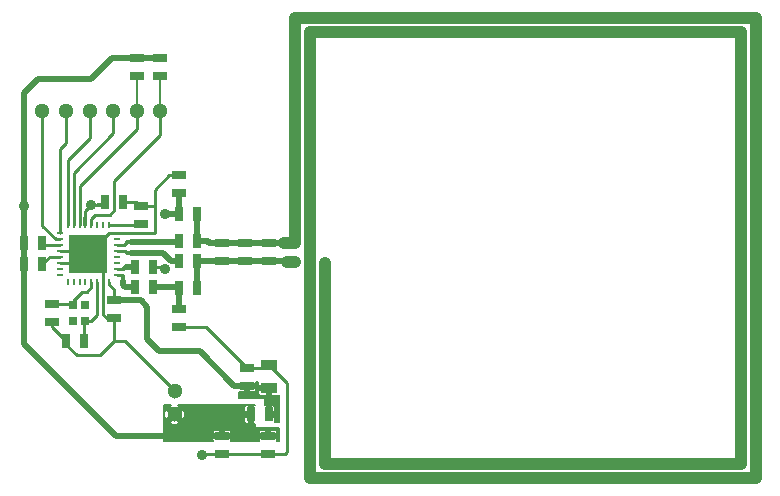
<source format=gtl>
%TF.GenerationSoftware,KiCad,Pcbnew,5.99.0-unknown-r19092-42a2f134*%
%TF.CreationDate,2020-07-22T08:57:51-04:00*%
%TF.ProjectId,rfid,72666964-2e6b-4696-9361-645f70636258,rev?*%
%TF.SameCoordinates,Original*%
%TF.FileFunction,Copper,L1,Top*%
%TF.FilePolarity,Positive*%
%FSLAX45Y45*%
G04 Gerber Fmt 4.5, Leading zero omitted, Abs format (unit mm)*
G04 Created by KiCad (PCBNEW 5.99.0-unknown-r19092-42a2f134) date 2020-07-22 08:57:51*
%MOMM*%
%LPD*%
G01*
G04 APERTURE LIST*
%TA.AperFunction,SMDPad,CuDef*%
%ADD10R,1.143000X0.635000*%
%TD*%
%TA.AperFunction,SMDPad,CuDef*%
%ADD11R,0.635000X1.143000*%
%TD*%
%TA.AperFunction,SMDPad,CuDef*%
%ADD12R,1.397000X0.889000*%
%TD*%
%TA.AperFunction,ComponentPad*%
%ADD13C,1.300000*%
%TD*%
%TA.AperFunction,SMDPad,CuDef*%
%ADD14R,0.599440X0.248920*%
%TD*%
%TA.AperFunction,SMDPad,CuDef*%
%ADD15R,0.248920X0.599440*%
%TD*%
%TA.AperFunction,SMDPad,CuDef*%
%ADD16R,3.299460X3.299460*%
%TD*%
%TA.AperFunction,SMDPad,CuDef*%
%ADD17R,0.700000X0.750000*%
%TD*%
%TA.AperFunction,ViaPad*%
%ADD18C,0.900000*%
%TD*%
%TA.AperFunction,Conductor*%
%ADD19C,0.250000*%
%TD*%
%TA.AperFunction,Conductor*%
%ADD20C,0.500000*%
%TD*%
%TA.AperFunction,Conductor*%
%ADD21C,0.300000*%
%TD*%
%TA.AperFunction,Conductor*%
%ADD22C,1.000000*%
%TD*%
%TA.AperFunction,Conductor*%
%ADD23C,0.200000*%
%TD*%
%TA.AperFunction,Conductor*%
%ADD24C,0.350000*%
%TD*%
%TA.AperFunction,Conductor*%
%ADD25C,0.150000*%
%TD*%
G04 APERTURE END LIST*
D10*
%TO.P,C1,1*%
%TO.N,Net-(C1-Pad1)*%
X16090000Y-8973800D03*
%TO.P,C1,2*%
%TO.N,GND*%
X16090000Y-9126200D03*
%TD*%
D11*
%TO.P,C2,1*%
%TO.N,Net-(C2-Pad1)*%
X16366200Y-9290000D03*
%TO.P,C2,2*%
%TO.N,GND*%
X16213800Y-9290000D03*
%TD*%
D10*
%TO.P,C3,1*%
%TO.N,3V3*%
X17920000Y-10093800D03*
%TO.P,C3,2*%
%TO.N,GND*%
X17920000Y-10246200D03*
%TD*%
%TO.P,C4,1*%
%TO.N,3V3_RF*%
X17740000Y-9666200D03*
%TO.P,C4,2*%
%TO.N,GND*%
X17740000Y-9513800D03*
%TD*%
D11*
%TO.P,C5,1*%
%TO.N,3V3*%
X16543800Y-8106796D03*
%TO.P,C5,2*%
%TO.N,GND*%
X16696200Y-8106796D03*
%TD*%
D10*
%TO.P,C6,1*%
%TO.N,3V3_RF*%
X16620000Y-8943800D03*
%TO.P,C6,2*%
%TO.N,GND*%
X16620000Y-9096200D03*
%TD*%
%TO.P,C7,1*%
%TO.N,Net-(C7-Pad1)*%
X16843803Y-8296200D03*
%TO.P,C7,2*%
%TO.N,GND*%
X16843803Y-8143800D03*
%TD*%
%TO.P,C8,1*%
%TO.N,3V3*%
X17530000Y-10093800D03*
%TO.P,C8,2*%
%TO.N,GND*%
X17530000Y-10246200D03*
%TD*%
D12*
%TO.P,C9,1*%
%TO.N,3V3_RF*%
X17930000Y-9685250D03*
%TO.P,C9,2*%
%TO.N,GND*%
X17930000Y-9494750D03*
%TD*%
D10*
%TO.P,C10,1*%
%TO.N,GND*%
X17170000Y-9166200D03*
%TO.P,C10,2*%
%TO.N,Net-(C10-Pad2)*%
X17170000Y-9013800D03*
%TD*%
%TO.P,C11,1*%
%TO.N,GND*%
X17170000Y-7883800D03*
%TO.P,C11,2*%
%TO.N,Net-(C11-Pad2)*%
X17170000Y-8036200D03*
%TD*%
D11*
%TO.P,C12,1*%
%TO.N,Net-(C12-Pad1)*%
X17316200Y-8840000D03*
%TO.P,C12,2*%
%TO.N,Net-(C10-Pad2)*%
X17163800Y-8840000D03*
%TD*%
%TO.P,C13,1*%
%TO.N,Net-(C12-Pad1)*%
X17316200Y-8210000D03*
%TO.P,C13,2*%
%TO.N,Net-(C11-Pad2)*%
X17163800Y-8210000D03*
%TD*%
D10*
%TO.P,C14,1*%
%TO.N,Net-(C12-Pad1)*%
X17530000Y-8606200D03*
%TO.P,C14,2*%
X17530000Y-8453800D03*
%TD*%
%TO.P,C15,1*%
%TO.N,Net-(C12-Pad1)*%
X17730000Y-8606200D03*
%TO.P,C15,2*%
X17730000Y-8453800D03*
%TD*%
D11*
%TO.P,L1,1*%
%TO.N,3V3*%
X17773800Y-9910000D03*
%TO.P,L1,2*%
%TO.N,3V3_RF*%
X17926200Y-9910000D03*
%TD*%
D13*
%TO.P,P1,1*%
%TO.N,GND*%
X17130000Y-9710000D03*
%TO.P,P1,2*%
%TO.N,3V3*%
X17130000Y-9910000D03*
%TD*%
%TO.P,P2,3*%
%TO.N,Net-(P2-Pad3)*%
X16410000Y-7340000D03*
%TO.P,P2,2*%
%TO.N,Net-(P2-Pad2)*%
X16210000Y-7340000D03*
%TO.P,P2,1*%
%TO.N,Net-(P2-Pad1)*%
X16010000Y-7340000D03*
%TO.P,P2,4*%
%TO.N,Net-(P2-Pad4)*%
X16610000Y-7340000D03*
%TO.P,P2,5*%
%TO.N,Net-(P2-Pad5)*%
X16810000Y-7340000D03*
%TO.P,P2,6*%
%TO.N,Net-(P2-Pad6)*%
X17010000Y-7340000D03*
%TD*%
D10*
%TO.P,R1,1*%
%TO.N,3V3*%
X16810000Y-6893800D03*
%TO.P,R1,2*%
%TO.N,Net-(P2-Pad5)*%
X16810000Y-7046200D03*
%TD*%
D11*
%TO.P,R2,1*%
%TO.N,Net-(R2-Pad1)*%
X16006200Y-8460000D03*
%TO.P,R2,2*%
%TO.N,3V3*%
X15853800Y-8460000D03*
%TD*%
%TO.P,R3,1*%
%TO.N,Net-(R3-Pad1)*%
X16006200Y-8640000D03*
%TO.P,R3,2*%
%TO.N,3V3*%
X15853800Y-8640000D03*
%TD*%
D10*
%TO.P,R4,1*%
%TO.N,3V3*%
X17010000Y-6893800D03*
%TO.P,R4,2*%
%TO.N,Net-(P2-Pad6)*%
X17010000Y-7046200D03*
%TD*%
D11*
%TO.P,R5,1*%
%TO.N,Net-(C11-Pad2)*%
X16946200Y-8660000D03*
%TO.P,R5,2*%
%TO.N,Net-(R5-Pad2)*%
X16793800Y-8660000D03*
%TD*%
%TO.P,R6,1*%
%TO.N,Net-(C12-Pad1)*%
X17316200Y-8440000D03*
%TO.P,R6,2*%
%TO.N,Net-(R6-Pad2)*%
X17163800Y-8440000D03*
%TD*%
%TO.P,R7,1*%
%TO.N,Net-(C12-Pad1)*%
X17316200Y-8610000D03*
%TO.P,R7,2*%
%TO.N,Net-(R7-Pad2)*%
X17163800Y-8610000D03*
%TD*%
%TO.P,R8,1*%
%TO.N,Net-(C10-Pad2)*%
X16946200Y-8830000D03*
%TO.P,R8,2*%
%TO.N,Net-(R8-Pad2)*%
X16793800Y-8830000D03*
%TD*%
D10*
%TO.P,R9,1*%
%TO.N,Net-(C12-Pad1)*%
X17930000Y-8606200D03*
%TO.P,R9,2*%
X17930000Y-8453800D03*
%TD*%
D14*
%TO.P,U1,1*%
%TO.N,Net-(R8-Pad2)*%
X16639776Y-8724752D03*
%TO.P,U1,2*%
%TO.N,Net-(R5-Pad2)*%
X16639776Y-8674714D03*
%TO.P,U1,3*%
%TO.N,Net-(U1-Pad3)*%
X16639776Y-8624676D03*
%TO.P,U1,4*%
%TO.N,Net-(U1-Pad4)*%
X16639776Y-8574638D03*
%TO.P,U1,5*%
%TO.N,Net-(R7-Pad2)*%
X16639776Y-8524854D03*
%TO.P,U1,6*%
%TO.N,Net-(R6-Pad2)*%
X16639776Y-8474816D03*
%TO.P,U1,7*%
%TO.N,Net-(U1-Pad7)*%
X16639776Y-8424778D03*
%TO.P,U1,8*%
%TO.N,GND*%
X16639776Y-8374740D03*
D15*
%TO.P,U1,13*%
%TO.N,3V3*%
X16375108Y-8309716D03*
%TO.P,U1,14*%
%TO.N,Net-(P2-Pad5)*%
X16325324Y-8309716D03*
%TO.P,U1,15*%
%TO.N,Net-(P2-Pad4)*%
X16275286Y-8309716D03*
%TO.P,U1,16*%
%TO.N,Net-(P2-Pad3)*%
X16225248Y-8309716D03*
D16*
%TO.P,U1,33*%
%TO.N,GND*%
X16400000Y-8550000D03*
D15*
%TO.P,U1,9*%
%TO.N,Net-(C7-Pad1)*%
X16575006Y-8309716D03*
%TO.P,U1,10*%
%TO.N,Net-(U1-Pad10)*%
X16524968Y-8309716D03*
%TO.P,U1,11*%
%TO.N,Net-(U1-Pad11)*%
X16474930Y-8309716D03*
%TO.P,U1,12*%
%TO.N,Net-(P2-Pad6)*%
X16425146Y-8309716D03*
D14*
%TO.P,U1,17*%
%TO.N,Net-(P2-Pad2)*%
X16160224Y-8375248D03*
%TO.P,U1,18*%
%TO.N,Net-(P2-Pad1)*%
X16159970Y-8425286D03*
%TO.P,U1,19*%
%TO.N,Net-(R2-Pad1)*%
X16159970Y-8475070D03*
%TO.P,U1,20*%
%TO.N,GND*%
X16159970Y-8525108D03*
%TO.P,U1,21*%
%TO.N,Net-(R3-Pad1)*%
X16159970Y-8575146D03*
%TO.P,U1,22*%
%TO.N,GND*%
X16159970Y-8625184D03*
%TO.P,U1,23*%
%TO.N,Net-(U1-Pad23)*%
X16159970Y-8675222D03*
%TO.P,U1,24*%
%TO.N,Net-(U1-Pad24)*%
X16159970Y-8725260D03*
D15*
%TO.P,U1,25*%
%TO.N,Net-(U1-Pad25)*%
X16224994Y-8790030D03*
%TO.P,U1,26*%
%TO.N,Net-(U1-Pad26)*%
X16275032Y-8790030D03*
%TO.P,U1,27*%
%TO.N,Net-(U1-Pad27)*%
X16325070Y-8790030D03*
%TO.P,U1,28*%
%TO.N,Net-(U1-Pad28)*%
X16374854Y-8790030D03*
%TO.P,U1,29*%
%TO.N,Net-(C1-Pad1)*%
X16424892Y-8790030D03*
%TO.P,U1,30*%
%TO.N,Net-(C2-Pad1)*%
X16474930Y-8790030D03*
%TO.P,U1,31*%
%TO.N,GND*%
X16524968Y-8790030D03*
%TO.P,U1,32*%
%TO.N,3V3_RF*%
X16575006Y-8790030D03*
%TD*%
D17*
%TO.P,G1,1*%
%TO.N,Net-(C1-Pad1)*%
X16270000Y-8982500D03*
%TO.P,G1,2*%
%TO.N,Net-(G1-Pad2)*%
X16270000Y-9117500D03*
%TO.P,G1,3*%
%TO.N,Net-(C2-Pad1)*%
X16370000Y-9117500D03*
%TO.P,G1,4*%
%TO.N,Net-(G1-Pad4)*%
X16370000Y-8982500D03*
%TD*%
D18*
%TO.N,GND*%
X17360000Y-10250000D03*
%TO.N,Net-(C12-Pad1)*%
X18400000Y-8630000D03*
X18150000Y-8620000D03*
%TO.N,Net-(C11-Pad2)*%
X17050000Y-8680000D03*
X17050000Y-8210000D03*
%TO.N,3V3*%
X16420000Y-8140000D03*
X15853800Y-8146200D03*
%TD*%
D19*
%TO.N,GND*%
X17130000Y-9710000D02*
X16710000Y-9290000D01*
X16710000Y-9290000D02*
X16620000Y-9290000D01*
X18080000Y-9644750D02*
X18080000Y-10230000D01*
X17930000Y-9494750D02*
X18080000Y-9644750D01*
X18080000Y-10230000D02*
X18063800Y-10246200D01*
X18063800Y-10246200D02*
X17920000Y-10246200D01*
X17530000Y-10246200D02*
X17363800Y-10246200D01*
X17363800Y-10246200D02*
X17360000Y-10250000D01*
X17920000Y-10246200D02*
X17530000Y-10246200D01*
X17740000Y-9513800D02*
X17910950Y-9513800D01*
X17910950Y-9513800D02*
X17930000Y-9494750D01*
X17170000Y-9166200D02*
X17392400Y-9166200D01*
X17392400Y-9166200D02*
X17740000Y-9513800D01*
X16384600Y-9410000D02*
X16500000Y-9410000D01*
X16213800Y-9323800D02*
X16300000Y-9410000D01*
X16300000Y-9410000D02*
X16384600Y-9410000D01*
X16213800Y-9290000D02*
X16213800Y-9323800D01*
X16500000Y-9410000D02*
X16620000Y-9290000D01*
X16620000Y-9290000D02*
X16620000Y-9096200D01*
X16090000Y-9126200D02*
X16090000Y-9166200D01*
X16090000Y-9166200D02*
X16213800Y-9290000D01*
X16524968Y-8790030D02*
X16524968Y-9064968D01*
X16556200Y-9096200D02*
X16620000Y-9096200D01*
X16524968Y-9064968D02*
X16556200Y-9096200D01*
%TO.N,Net-(C2-Pad1)*%
X16370000Y-9117500D02*
X16422500Y-9117500D01*
X16422500Y-9117500D02*
X16474930Y-9065070D01*
X16474930Y-9065070D02*
X16474930Y-8790030D01*
X16366200Y-9290000D02*
X16366200Y-9121300D01*
X16366200Y-9121300D02*
X16370000Y-9117500D01*
%TO.N,Net-(C1-Pad1)*%
X16270000Y-8945000D02*
X16345000Y-8870000D01*
X16270000Y-8982500D02*
X16270000Y-8945000D01*
X16345000Y-8870000D02*
X16386802Y-8870000D01*
X16386802Y-8870000D02*
X16424892Y-8831910D01*
X16424892Y-8831910D02*
X16424892Y-8790030D01*
X16090000Y-8973800D02*
X16261300Y-8973800D01*
X16261300Y-8973800D02*
X16270000Y-8982500D01*
%TO.N,Net-(P2-Pad6)*%
X16620000Y-8180000D02*
X16620000Y-7930000D01*
X16459890Y-8220000D02*
X16580000Y-8220000D01*
X16425146Y-8309716D02*
X16425146Y-8254744D01*
X16425146Y-8254744D02*
X16459890Y-8220000D01*
X16580000Y-8220000D02*
X16620000Y-8180000D01*
X16620000Y-7930000D02*
X17010000Y-7540000D01*
X17010000Y-7540000D02*
X17010000Y-7340000D01*
D20*
%TO.N,3V3*%
X16543800Y-8106796D02*
X16543800Y-8116200D01*
D21*
X16543800Y-8106796D02*
X16510596Y-8140000D01*
X16510596Y-8140000D02*
X16480000Y-8140000D01*
D19*
%TO.N,GND*%
X16696200Y-8106796D02*
X16806800Y-8106796D01*
X16806800Y-8106796D02*
X16843803Y-8143800D01*
X16960000Y-8147600D02*
X16960000Y-8010000D01*
X16960000Y-8010000D02*
X17086200Y-7883800D01*
X17086200Y-7883800D02*
X17170000Y-7883800D01*
D22*
%TO.N,Net-(C12-Pad1)*%
X18400000Y-8630000D02*
X18400000Y-8625000D01*
D19*
%TO.N,Net-(C11-Pad2)*%
X17030000Y-8660000D02*
X17050000Y-8680000D01*
X16946200Y-8660000D02*
X17030000Y-8660000D01*
%TO.N,GND*%
X16639776Y-8374740D02*
X16954740Y-8374740D01*
X16954740Y-8374740D02*
X16960000Y-8369480D01*
X16960000Y-8369480D02*
X16960000Y-8147600D01*
X16960000Y-8147600D02*
X16956200Y-8143800D01*
X16956200Y-8143800D02*
X16843803Y-8143800D01*
%TO.N,Net-(C7-Pad1)*%
X16575006Y-8309716D02*
X16830287Y-8309716D01*
X16830287Y-8309716D02*
X16843803Y-8296200D01*
%TO.N,3V3*%
X16375108Y-8244892D02*
X16375108Y-8184892D01*
X16375108Y-8184892D02*
X16420000Y-8140000D01*
X16480000Y-8140000D02*
X16420000Y-8140000D01*
D20*
X15853800Y-8146200D02*
X15853800Y-8017359D01*
D19*
%TO.N,Net-(P2-Pad5)*%
X16325324Y-8309716D02*
X16325324Y-7974676D01*
X16325324Y-7974676D02*
X16810000Y-7490000D01*
X16810000Y-7490000D02*
X16810000Y-7340000D01*
%TO.N,Net-(P2-Pad4)*%
X16275286Y-8309716D02*
X16275286Y-7864714D01*
X16275286Y-7864714D02*
X16610000Y-7530000D01*
X16610000Y-7530000D02*
X16610000Y-7340000D01*
%TO.N,Net-(P2-Pad3)*%
X16225248Y-8309716D02*
X16225248Y-7754752D01*
X16225248Y-7754752D02*
X16410000Y-7570000D01*
X16410000Y-7570000D02*
X16410000Y-7340000D01*
%TO.N,Net-(P2-Pad1)*%
X16159970Y-8425286D02*
X16125286Y-8425286D01*
X16010000Y-8310000D02*
X16010000Y-7340000D01*
X16125286Y-8425286D02*
X16010000Y-8310000D01*
%TO.N,Net-(P2-Pad2)*%
X16160224Y-8375248D02*
X16160224Y-7659776D01*
X16160224Y-7659776D02*
X16210000Y-7610000D01*
X16210000Y-7610000D02*
X16210000Y-7340000D01*
%TO.N,Net-(R3-Pad1)*%
X16006200Y-8640000D02*
X16071054Y-8575146D01*
X16071054Y-8575146D02*
X16159970Y-8575146D01*
%TO.N,Net-(R2-Pad1)*%
X16006200Y-8460000D02*
X16021270Y-8475070D01*
X16021270Y-8475070D02*
X16159970Y-8475070D01*
%TO.N,GND*%
X16490000Y-8640000D02*
X16400000Y-8550000D01*
X16310000Y-8640000D02*
X16490000Y-8640000D01*
X16524968Y-8790030D02*
X16524968Y-8674968D01*
X16524968Y-8674968D02*
X16490000Y-8640000D01*
X16159970Y-8525108D02*
X16244892Y-8525108D01*
X16244892Y-8525108D02*
X16310000Y-8460000D01*
X16159970Y-8625184D02*
X16295184Y-8625184D01*
X16295184Y-8625184D02*
X16310000Y-8640000D01*
X16310000Y-8460000D02*
X16310000Y-8640000D01*
X16490000Y-8460000D02*
X16310000Y-8460000D01*
X16639776Y-8374740D02*
X16575260Y-8374740D01*
X16575260Y-8374740D02*
X16490000Y-8460000D01*
D20*
%TO.N,3V3*%
X15853800Y-8460000D02*
X15853800Y-8146200D01*
X15853800Y-8017359D02*
X15853800Y-7186200D01*
X16810000Y-6893800D02*
X17010000Y-6893800D01*
X16420000Y-7070000D02*
X16596200Y-6893800D01*
X16596200Y-6893800D02*
X16810000Y-6893800D01*
X15970000Y-7070000D02*
X16420000Y-7070000D01*
X15853800Y-7186200D02*
X15970000Y-7070000D01*
X15853800Y-8640000D02*
X15853800Y-8460000D01*
X16633800Y-10093800D02*
X15853800Y-9313800D01*
X15853800Y-9313800D02*
X15853800Y-8640000D01*
X17530000Y-10093800D02*
X16633800Y-10093800D01*
D21*
X16375108Y-8244892D02*
X16375108Y-8309716D01*
D19*
%TO.N,3V3_RF*%
X16620000Y-8852550D02*
X16620000Y-8943800D01*
X16575006Y-8790030D02*
X16575006Y-8807556D01*
X16575006Y-8807556D02*
X16620000Y-8852550D01*
D20*
X16900000Y-9000000D02*
X16843800Y-8943800D01*
X16843800Y-8943800D02*
X16620000Y-8943800D01*
X16900000Y-9275000D02*
X16900000Y-9000000D01*
X17000000Y-9375000D02*
X16900000Y-9275000D01*
X17341650Y-9375000D02*
X17000000Y-9375000D01*
X17740000Y-9666200D02*
X17632850Y-9666200D01*
X17632850Y-9666200D02*
X17341650Y-9375000D01*
%TO.N,Net-(C10-Pad2)*%
X17153800Y-8830000D02*
X17163800Y-8840000D01*
X16946200Y-8830000D02*
X17153800Y-8830000D01*
X17170000Y-8846200D02*
X17163800Y-8840000D01*
X17170000Y-9013800D02*
X17170000Y-8846200D01*
%TO.N,Net-(C11-Pad2)*%
X17170000Y-8203800D02*
X17163800Y-8210000D01*
X17170000Y-8036200D02*
X17170000Y-8203800D01*
X17050000Y-8210000D02*
X17163800Y-8210000D01*
D22*
%TO.N,Net-(C12-Pad1)*%
X18150000Y-8450000D02*
X18150000Y-6550000D01*
D20*
X17930000Y-8606200D02*
X17983200Y-8606200D01*
X17983200Y-8606200D02*
X17989000Y-8612000D01*
X17989000Y-8612000D02*
X18042000Y-8612000D01*
X17730000Y-8453800D02*
X17930000Y-8453800D01*
X17530000Y-8453800D02*
X17730000Y-8453800D01*
X17410000Y-8440000D02*
X17423800Y-8453800D01*
X17423800Y-8453800D02*
X17530000Y-8453800D01*
X17316200Y-8440000D02*
X17410000Y-8440000D01*
X17316200Y-8440000D02*
X17316200Y-8210000D01*
X17530000Y-8606200D02*
X17730000Y-8606200D01*
X17730000Y-8606200D02*
X17930000Y-8606200D01*
X17526200Y-8610000D02*
X17530000Y-8606200D01*
X17316200Y-8610000D02*
X17526200Y-8610000D01*
X17316200Y-8610000D02*
X17316200Y-8840000D01*
D22*
X18150000Y-8620000D02*
X18080000Y-8620000D01*
X18275000Y-6675000D02*
X21925000Y-6675000D01*
X22050000Y-10450000D02*
X18275000Y-10450000D01*
X22050000Y-6550000D02*
X22050000Y-10450000D01*
X18150000Y-6550000D02*
X22050000Y-6550000D01*
X18275000Y-6675000D02*
X18275000Y-10450000D01*
X18400000Y-10325000D02*
X18400000Y-8630000D01*
X21925000Y-10325000D02*
X18400000Y-10325000D01*
X21925000Y-6675000D02*
X21925000Y-10325000D01*
D20*
X17930000Y-8453800D02*
X18059799Y-8453800D01*
D22*
X18146200Y-8453800D02*
X18150000Y-8450000D01*
X18059799Y-8453800D02*
X18146200Y-8453800D01*
D23*
%TO.N,Net-(P2-Pad5)*%
X16810000Y-7046200D02*
X16810000Y-7340000D01*
%TO.N,Net-(P2-Pad6)*%
X17010000Y-7046200D02*
X17010000Y-7340000D01*
D24*
%TO.N,Net-(R5-Pad2)*%
X16700000Y-8670000D02*
X16710000Y-8670000D01*
D19*
X16695286Y-8674714D02*
X16700000Y-8670000D01*
X16695286Y-8674714D02*
X16639776Y-8674714D01*
D24*
X16710000Y-8670000D02*
X16720000Y-8660000D01*
D20*
X16793800Y-8660000D02*
X16720000Y-8660000D01*
%TO.N,Net-(R6-Pad2)*%
X17153800Y-8450000D02*
X17163800Y-8440000D01*
D24*
X16760000Y-8450000D02*
X16730000Y-8450000D01*
D19*
X16705184Y-8474816D02*
X16730000Y-8450000D01*
X16705184Y-8474816D02*
X16639776Y-8474816D01*
D20*
X17153800Y-8450000D02*
X16760000Y-8450000D01*
%TO.N,Net-(R7-Pad2)*%
X17030000Y-8540000D02*
X17100000Y-8610000D01*
X17100000Y-8610000D02*
X17163800Y-8610000D01*
D24*
X16760000Y-8540000D02*
X16730000Y-8540000D01*
D19*
X16714854Y-8524854D02*
X16730000Y-8540000D01*
X16639776Y-8524854D02*
X16714854Y-8524854D01*
D20*
X16760000Y-8540000D02*
X17030000Y-8540000D01*
%TO.N,Net-(R8-Pad2)*%
X16690000Y-8810000D02*
X16710000Y-8830000D01*
X16710000Y-8830000D02*
X16793800Y-8830000D01*
D24*
X16690000Y-8780000D02*
X16690000Y-8740000D01*
D19*
X16674752Y-8724752D02*
X16690000Y-8740000D01*
X16639776Y-8724752D02*
X16674752Y-8724752D01*
D20*
X16690000Y-8780000D02*
X16690000Y-8810000D01*
%TD*%
%TO.N,3V3*%
D25*
X17087287Y-9833501D02*
X17085965Y-9841075D01*
X17126935Y-9882045D01*
X17133065Y-9882045D01*
X17162623Y-9852487D01*
X17719356Y-9852487D01*
X17719356Y-9888065D01*
X17723691Y-9892400D01*
X17751865Y-9892400D01*
X17756200Y-9888065D01*
X17756200Y-9834491D01*
X17751865Y-9830156D01*
X17741687Y-9830156D01*
X17740963Y-9830227D01*
X17734039Y-9831605D01*
X17732692Y-9832163D01*
X17726518Y-9836288D01*
X17725488Y-9837318D01*
X17721363Y-9843492D01*
X17720805Y-9844839D01*
X17719427Y-9851763D01*
X17719356Y-9852487D01*
X17162623Y-9852487D01*
X17173995Y-9841115D01*
X17172736Y-9833597D01*
X17160030Y-9827400D01*
X17812600Y-9827400D01*
X17812600Y-9831414D01*
X17806637Y-9830227D01*
X17805914Y-9830156D01*
X17795735Y-9830156D01*
X17791400Y-9834491D01*
X17791400Y-9985509D01*
X17795735Y-9989844D01*
X17805914Y-9989844D01*
X17806637Y-9989773D01*
X17812600Y-9988587D01*
X17812600Y-10023065D01*
X17816935Y-10027400D01*
X18012600Y-10027400D01*
X18012600Y-10132600D01*
X17998587Y-10132600D01*
X17999773Y-10126637D01*
X17999844Y-10125914D01*
X17999844Y-10115735D01*
X17995509Y-10111400D01*
X17941935Y-10111400D01*
X17941935Y-10111400D01*
X17844491Y-10111400D01*
X17840156Y-10115735D01*
X17840156Y-10125914D01*
X17840227Y-10126637D01*
X17841414Y-10132600D01*
X17608587Y-10132600D01*
X17609773Y-10126637D01*
X17609844Y-10125914D01*
X17609844Y-10115735D01*
X17605509Y-10111400D01*
X17551935Y-10111400D01*
X17551935Y-10111400D01*
X17454491Y-10111400D01*
X17450156Y-10115735D01*
X17450156Y-10125914D01*
X17450227Y-10126637D01*
X17451414Y-10132600D01*
X17037400Y-10132600D01*
X17037400Y-10061687D01*
X17450156Y-10061687D01*
X17450156Y-10071865D01*
X17454491Y-10076200D01*
X17508065Y-10076200D01*
X17512400Y-10071865D01*
X17512400Y-10043691D01*
X17547600Y-10043691D01*
X17547600Y-10071865D01*
X17551935Y-10076200D01*
X17605509Y-10076200D01*
X17609844Y-10071865D01*
X17609844Y-10061687D01*
X17840156Y-10061687D01*
X17840156Y-10071865D01*
X17844491Y-10076200D01*
X17898065Y-10076200D01*
X17902400Y-10071865D01*
X17902400Y-10043691D01*
X17937600Y-10043691D01*
X17937600Y-10071865D01*
X17941935Y-10076200D01*
X17995509Y-10076200D01*
X17999844Y-10071865D01*
X17999844Y-10061687D01*
X17999773Y-10060963D01*
X17998395Y-10054039D01*
X17997838Y-10052692D01*
X17993712Y-10046518D01*
X17992682Y-10045488D01*
X17986508Y-10041363D01*
X17985161Y-10040805D01*
X17978237Y-10039427D01*
X17977514Y-10039356D01*
X17941935Y-10039356D01*
X17937600Y-10043691D01*
X17902400Y-10043691D01*
X17898065Y-10039356D01*
X17862487Y-10039356D01*
X17861763Y-10039427D01*
X17854839Y-10040805D01*
X17853492Y-10041363D01*
X17847318Y-10045488D01*
X17846288Y-10046518D01*
X17842163Y-10052692D01*
X17841605Y-10054039D01*
X17840227Y-10060963D01*
X17840156Y-10061687D01*
X17609844Y-10061687D01*
X17609773Y-10060963D01*
X17608395Y-10054039D01*
X17607838Y-10052692D01*
X17603712Y-10046518D01*
X17602682Y-10045488D01*
X17596508Y-10041363D01*
X17595161Y-10040805D01*
X17588237Y-10039427D01*
X17587514Y-10039356D01*
X17551935Y-10039356D01*
X17547600Y-10043691D01*
X17512400Y-10043691D01*
X17508065Y-10039356D01*
X17472487Y-10039356D01*
X17471763Y-10039427D01*
X17464839Y-10040805D01*
X17463492Y-10041363D01*
X17457318Y-10045488D01*
X17456288Y-10046518D01*
X17452163Y-10052692D01*
X17451605Y-10054039D01*
X17450227Y-10060963D01*
X17450156Y-10061687D01*
X17037400Y-10061687D01*
X17037400Y-9978856D01*
X17086034Y-9978856D01*
X17087230Y-9986318D01*
X17098971Y-9992249D01*
X17099746Y-9992537D01*
X17117964Y-9997079D01*
X17118784Y-9997189D01*
X17137555Y-9997582D01*
X17138379Y-9997507D01*
X17156771Y-9993732D01*
X17157558Y-9993476D01*
X17172701Y-9986607D01*
X17174088Y-9978978D01*
X17133065Y-9937955D01*
X17126935Y-9937955D01*
X17086034Y-9978856D01*
X17037400Y-9978856D01*
X17037400Y-9918166D01*
X17042473Y-9918166D01*
X17042554Y-9918990D01*
X17046457Y-9937355D01*
X17046719Y-9938140D01*
X17053449Y-9952706D01*
X17061050Y-9954060D01*
X17102045Y-9913065D01*
X17102045Y-9906935D01*
X17157955Y-9906935D01*
X17157955Y-9913065D01*
X17198846Y-9953956D01*
X17206280Y-9952792D01*
X17212030Y-9941603D01*
X17212324Y-9940829D01*
X17214608Y-9931935D01*
X17719356Y-9931935D01*
X17719356Y-9967514D01*
X17719427Y-9968237D01*
X17720805Y-9975161D01*
X17721363Y-9976508D01*
X17725488Y-9982682D01*
X17726518Y-9983712D01*
X17732692Y-9987838D01*
X17734039Y-9988395D01*
X17740963Y-9989773D01*
X17741687Y-9989844D01*
X17751865Y-9989844D01*
X17756200Y-9985509D01*
X17756200Y-9931935D01*
X17751865Y-9927600D01*
X17723691Y-9927600D01*
X17719356Y-9931935D01*
X17214608Y-9931935D01*
X17217000Y-9922619D01*
X17217116Y-9921747D01*
X17217410Y-9900690D01*
X17217318Y-9899815D01*
X17213153Y-9881481D01*
X17212881Y-9880700D01*
X17206449Y-9867277D01*
X17198903Y-9865987D01*
X17157955Y-9906935D01*
X17102045Y-9906935D01*
X17061131Y-9866022D01*
X17053641Y-9867248D01*
X17047537Y-9879546D01*
X17047254Y-9880323D01*
X17042839Y-9898572D01*
X17042735Y-9899393D01*
X17042473Y-9918166D01*
X17037400Y-9918166D01*
X17037400Y-9827400D01*
X17100253Y-9827400D01*
X17087287Y-9833501D01*
%TA.AperFunction,Conductor*%
G36*
X17087287Y-9833501D02*
G01*
X17085965Y-9841075D01*
X17126935Y-9882045D01*
X17133065Y-9882045D01*
X17162623Y-9852487D01*
X17719356Y-9852487D01*
X17719356Y-9888065D01*
X17723691Y-9892400D01*
X17751865Y-9892400D01*
X17756200Y-9888065D01*
X17756200Y-9834491D01*
X17751865Y-9830156D01*
X17741687Y-9830156D01*
X17740963Y-9830227D01*
X17734039Y-9831605D01*
X17732692Y-9832163D01*
X17726518Y-9836288D01*
X17725488Y-9837318D01*
X17721363Y-9843492D01*
X17720805Y-9844839D01*
X17719427Y-9851763D01*
X17719356Y-9852487D01*
X17162623Y-9852487D01*
X17173995Y-9841115D01*
X17172736Y-9833597D01*
X17160030Y-9827400D01*
X17812600Y-9827400D01*
X17812600Y-9831414D01*
X17806637Y-9830227D01*
X17805914Y-9830156D01*
X17795735Y-9830156D01*
X17791400Y-9834491D01*
X17791400Y-9985509D01*
X17795735Y-9989844D01*
X17805914Y-9989844D01*
X17806637Y-9989773D01*
X17812600Y-9988587D01*
X17812600Y-10023065D01*
X17816935Y-10027400D01*
X18012600Y-10027400D01*
X18012600Y-10132600D01*
X17998587Y-10132600D01*
X17999773Y-10126637D01*
X17999844Y-10125914D01*
X17999844Y-10115735D01*
X17995509Y-10111400D01*
X17941935Y-10111400D01*
X17941935Y-10111400D01*
X17844491Y-10111400D01*
X17840156Y-10115735D01*
X17840156Y-10125914D01*
X17840227Y-10126637D01*
X17841414Y-10132600D01*
X17608587Y-10132600D01*
X17609773Y-10126637D01*
X17609844Y-10125914D01*
X17609844Y-10115735D01*
X17605509Y-10111400D01*
X17551935Y-10111400D01*
X17551935Y-10111400D01*
X17454491Y-10111400D01*
X17450156Y-10115735D01*
X17450156Y-10125914D01*
X17450227Y-10126637D01*
X17451414Y-10132600D01*
X17037400Y-10132600D01*
X17037400Y-10061687D01*
X17450156Y-10061687D01*
X17450156Y-10071865D01*
X17454491Y-10076200D01*
X17508065Y-10076200D01*
X17512400Y-10071865D01*
X17512400Y-10043691D01*
X17547600Y-10043691D01*
X17547600Y-10071865D01*
X17551935Y-10076200D01*
X17605509Y-10076200D01*
X17609844Y-10071865D01*
X17609844Y-10061687D01*
X17840156Y-10061687D01*
X17840156Y-10071865D01*
X17844491Y-10076200D01*
X17898065Y-10076200D01*
X17902400Y-10071865D01*
X17902400Y-10043691D01*
X17937600Y-10043691D01*
X17937600Y-10071865D01*
X17941935Y-10076200D01*
X17995509Y-10076200D01*
X17999844Y-10071865D01*
X17999844Y-10061687D01*
X17999773Y-10060963D01*
X17998395Y-10054039D01*
X17997838Y-10052692D01*
X17993712Y-10046518D01*
X17992682Y-10045488D01*
X17986508Y-10041363D01*
X17985161Y-10040805D01*
X17978237Y-10039427D01*
X17977514Y-10039356D01*
X17941935Y-10039356D01*
X17937600Y-10043691D01*
X17902400Y-10043691D01*
X17898065Y-10039356D01*
X17862487Y-10039356D01*
X17861763Y-10039427D01*
X17854839Y-10040805D01*
X17853492Y-10041363D01*
X17847318Y-10045488D01*
X17846288Y-10046518D01*
X17842163Y-10052692D01*
X17841605Y-10054039D01*
X17840227Y-10060963D01*
X17840156Y-10061687D01*
X17609844Y-10061687D01*
X17609773Y-10060963D01*
X17608395Y-10054039D01*
X17607838Y-10052692D01*
X17603712Y-10046518D01*
X17602682Y-10045488D01*
X17596508Y-10041363D01*
X17595161Y-10040805D01*
X17588237Y-10039427D01*
X17587514Y-10039356D01*
X17551935Y-10039356D01*
X17547600Y-10043691D01*
X17512400Y-10043691D01*
X17508065Y-10039356D01*
X17472487Y-10039356D01*
X17471763Y-10039427D01*
X17464839Y-10040805D01*
X17463492Y-10041363D01*
X17457318Y-10045488D01*
X17456288Y-10046518D01*
X17452163Y-10052692D01*
X17451605Y-10054039D01*
X17450227Y-10060963D01*
X17450156Y-10061687D01*
X17037400Y-10061687D01*
X17037400Y-9978856D01*
X17086034Y-9978856D01*
X17087230Y-9986318D01*
X17098971Y-9992249D01*
X17099746Y-9992537D01*
X17117964Y-9997079D01*
X17118784Y-9997189D01*
X17137555Y-9997582D01*
X17138379Y-9997507D01*
X17156771Y-9993732D01*
X17157558Y-9993476D01*
X17172701Y-9986607D01*
X17174088Y-9978978D01*
X17133065Y-9937955D01*
X17126935Y-9937955D01*
X17086034Y-9978856D01*
X17037400Y-9978856D01*
X17037400Y-9918166D01*
X17042473Y-9918166D01*
X17042554Y-9918990D01*
X17046457Y-9937355D01*
X17046719Y-9938140D01*
X17053449Y-9952706D01*
X17061050Y-9954060D01*
X17102045Y-9913065D01*
X17102045Y-9906935D01*
X17157955Y-9906935D01*
X17157955Y-9913065D01*
X17198846Y-9953956D01*
X17206280Y-9952792D01*
X17212030Y-9941603D01*
X17212324Y-9940829D01*
X17214608Y-9931935D01*
X17719356Y-9931935D01*
X17719356Y-9967514D01*
X17719427Y-9968237D01*
X17720805Y-9975161D01*
X17721363Y-9976508D01*
X17725488Y-9982682D01*
X17726518Y-9983712D01*
X17732692Y-9987838D01*
X17734039Y-9988395D01*
X17740963Y-9989773D01*
X17741687Y-9989844D01*
X17751865Y-9989844D01*
X17756200Y-9985509D01*
X17756200Y-9931935D01*
X17751865Y-9927600D01*
X17723691Y-9927600D01*
X17719356Y-9931935D01*
X17214608Y-9931935D01*
X17217000Y-9922619D01*
X17217116Y-9921747D01*
X17217410Y-9900690D01*
X17217318Y-9899815D01*
X17213153Y-9881481D01*
X17212881Y-9880700D01*
X17206449Y-9867277D01*
X17198903Y-9865987D01*
X17157955Y-9906935D01*
X17102045Y-9906935D01*
X17061131Y-9866022D01*
X17053641Y-9867248D01*
X17047537Y-9879546D01*
X17047254Y-9880323D01*
X17042839Y-9898572D01*
X17042735Y-9899393D01*
X17042473Y-9918166D01*
X17037400Y-9918166D01*
X17037400Y-9827400D01*
X17100253Y-9827400D01*
X17087287Y-9833501D01*
G37*
%TD.AperFunction*%
%TD*%
%TO.N,3V3_RF*%
X17837527Y-9639713D02*
X17837456Y-9640437D01*
X17837456Y-9663315D01*
X17841791Y-9667650D01*
X17908065Y-9667650D01*
X17908065Y-9667650D01*
X17947600Y-9667650D01*
X17947600Y-9703803D01*
X17947600Y-9710250D01*
X17947600Y-9748059D01*
X17951935Y-9752394D01*
X18000214Y-9752394D01*
X18000937Y-9752323D01*
X18007861Y-9750945D01*
X18009208Y-9750388D01*
X18012600Y-9748121D01*
X18012600Y-9972600D01*
X17979705Y-9972600D01*
X17980573Y-9968237D01*
X17980644Y-9967514D01*
X17980644Y-9931935D01*
X17976309Y-9927600D01*
X17908600Y-9927600D01*
X17908600Y-9834491D01*
X17943800Y-9834491D01*
X17943800Y-9888065D01*
X17948135Y-9892400D01*
X17976309Y-9892400D01*
X17980644Y-9888065D01*
X17980644Y-9852487D01*
X17980573Y-9851763D01*
X17979195Y-9844839D01*
X17978638Y-9843492D01*
X17974512Y-9837318D01*
X17973482Y-9836288D01*
X17967308Y-9832163D01*
X17965961Y-9831605D01*
X17959037Y-9830227D01*
X17958314Y-9830156D01*
X17948135Y-9830156D01*
X17943800Y-9834491D01*
X17908600Y-9834491D01*
X17904265Y-9830156D01*
X17897400Y-9830156D01*
X17897400Y-9776935D01*
X17893065Y-9772600D01*
X17677400Y-9772600D01*
X17677400Y-9719705D01*
X17681763Y-9720573D01*
X17682487Y-9720644D01*
X17718065Y-9720644D01*
X17722400Y-9716309D01*
X17722400Y-9688135D01*
X17757600Y-9688135D01*
X17757600Y-9716309D01*
X17761935Y-9720644D01*
X17797514Y-9720644D01*
X17798237Y-9720573D01*
X17805161Y-9719195D01*
X17806508Y-9718638D01*
X17812682Y-9714512D01*
X17813712Y-9713482D01*
X17817838Y-9707308D01*
X17817889Y-9707185D01*
X17837456Y-9707185D01*
X17837456Y-9730064D01*
X17837527Y-9730787D01*
X17838905Y-9737711D01*
X17839463Y-9739058D01*
X17843588Y-9745232D01*
X17844618Y-9746262D01*
X17850792Y-9750388D01*
X17852139Y-9750945D01*
X17859063Y-9752323D01*
X17859787Y-9752394D01*
X17908065Y-9752394D01*
X17912400Y-9748059D01*
X17912400Y-9707185D01*
X17908065Y-9702850D01*
X17841791Y-9702850D01*
X17837456Y-9707185D01*
X17817889Y-9707185D01*
X17818395Y-9705961D01*
X17819773Y-9699037D01*
X17819844Y-9698314D01*
X17819844Y-9688135D01*
X17815509Y-9683800D01*
X17761935Y-9683800D01*
X17757600Y-9688135D01*
X17722400Y-9688135D01*
X17722400Y-9648600D01*
X17815509Y-9648600D01*
X17819844Y-9644265D01*
X17819844Y-9637400D01*
X17837988Y-9637400D01*
X17837527Y-9639713D01*
%TA.AperFunction,Conductor*%
G36*
X17837527Y-9639713D02*
G01*
X17837456Y-9640437D01*
X17837456Y-9663315D01*
X17841791Y-9667650D01*
X17908065Y-9667650D01*
X17908065Y-9667650D01*
X17947600Y-9667650D01*
X17947600Y-9703803D01*
X17947600Y-9710250D01*
X17947600Y-9748059D01*
X17951935Y-9752394D01*
X18000214Y-9752394D01*
X18000937Y-9752323D01*
X18007861Y-9750945D01*
X18009208Y-9750388D01*
X18012600Y-9748121D01*
X18012600Y-9972600D01*
X17979705Y-9972600D01*
X17980573Y-9968237D01*
X17980644Y-9967514D01*
X17980644Y-9931935D01*
X17976309Y-9927600D01*
X17908600Y-9927600D01*
X17908600Y-9834491D01*
X17943800Y-9834491D01*
X17943800Y-9888065D01*
X17948135Y-9892400D01*
X17976309Y-9892400D01*
X17980644Y-9888065D01*
X17980644Y-9852487D01*
X17980573Y-9851763D01*
X17979195Y-9844839D01*
X17978638Y-9843492D01*
X17974512Y-9837318D01*
X17973482Y-9836288D01*
X17967308Y-9832163D01*
X17965961Y-9831605D01*
X17959037Y-9830227D01*
X17958314Y-9830156D01*
X17948135Y-9830156D01*
X17943800Y-9834491D01*
X17908600Y-9834491D01*
X17904265Y-9830156D01*
X17897400Y-9830156D01*
X17897400Y-9776935D01*
X17893065Y-9772600D01*
X17677400Y-9772600D01*
X17677400Y-9719705D01*
X17681763Y-9720573D01*
X17682487Y-9720644D01*
X17718065Y-9720644D01*
X17722400Y-9716309D01*
X17722400Y-9688135D01*
X17757600Y-9688135D01*
X17757600Y-9716309D01*
X17761935Y-9720644D01*
X17797514Y-9720644D01*
X17798237Y-9720573D01*
X17805161Y-9719195D01*
X17806508Y-9718638D01*
X17812682Y-9714512D01*
X17813712Y-9713482D01*
X17817838Y-9707308D01*
X17817889Y-9707185D01*
X17837456Y-9707185D01*
X17837456Y-9730064D01*
X17837527Y-9730787D01*
X17838905Y-9737711D01*
X17839463Y-9739058D01*
X17843588Y-9745232D01*
X17844618Y-9746262D01*
X17850792Y-9750388D01*
X17852139Y-9750945D01*
X17859063Y-9752323D01*
X17859787Y-9752394D01*
X17908065Y-9752394D01*
X17912400Y-9748059D01*
X17912400Y-9707185D01*
X17908065Y-9702850D01*
X17841791Y-9702850D01*
X17837456Y-9707185D01*
X17817889Y-9707185D01*
X17818395Y-9705961D01*
X17819773Y-9699037D01*
X17819844Y-9698314D01*
X17819844Y-9688135D01*
X17815509Y-9683800D01*
X17761935Y-9683800D01*
X17757600Y-9688135D01*
X17722400Y-9688135D01*
X17722400Y-9648600D01*
X17815509Y-9648600D01*
X17819844Y-9644265D01*
X17819844Y-9637400D01*
X17837988Y-9637400D01*
X17837527Y-9639713D01*
G37*
%TD.AperFunction*%
%TD*%
M02*

</source>
